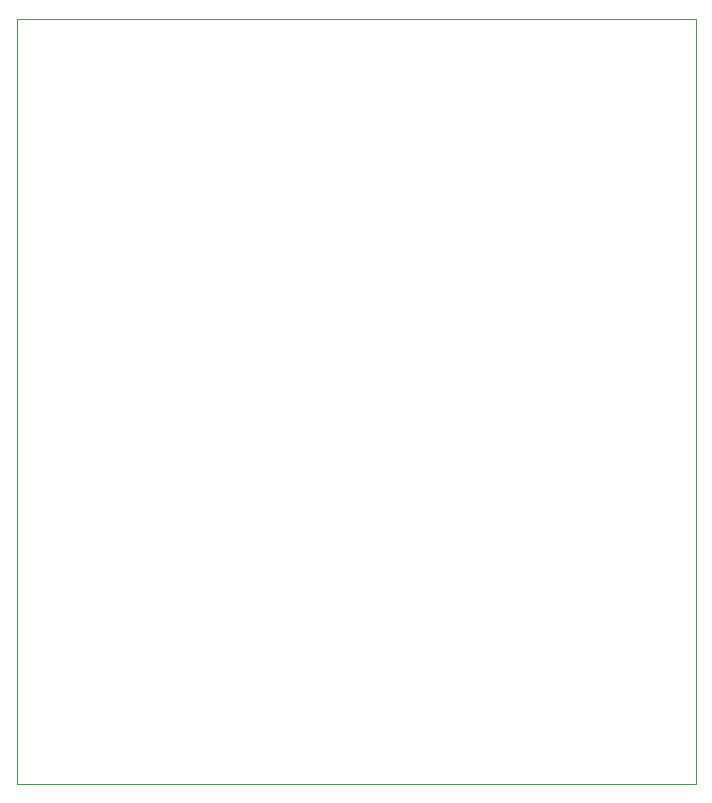
<source format=gbp>
G04 EAGLE Gerber RS-274X export*
G75*
%MOMM*%
%FSLAX34Y34*%
%LPD*%
%INSMD-Paste Unterseite*%
%IPPOS*%
%AMOC8*
5,1,8,0,0,1.08239X$1,22.5*%
G01*
%ADD10C,0.000000*%


D10*
X0Y0D02*
X574550Y0D01*
X574550Y647600D01*
X0Y647600D01*
X0Y0D01*
M02*

</source>
